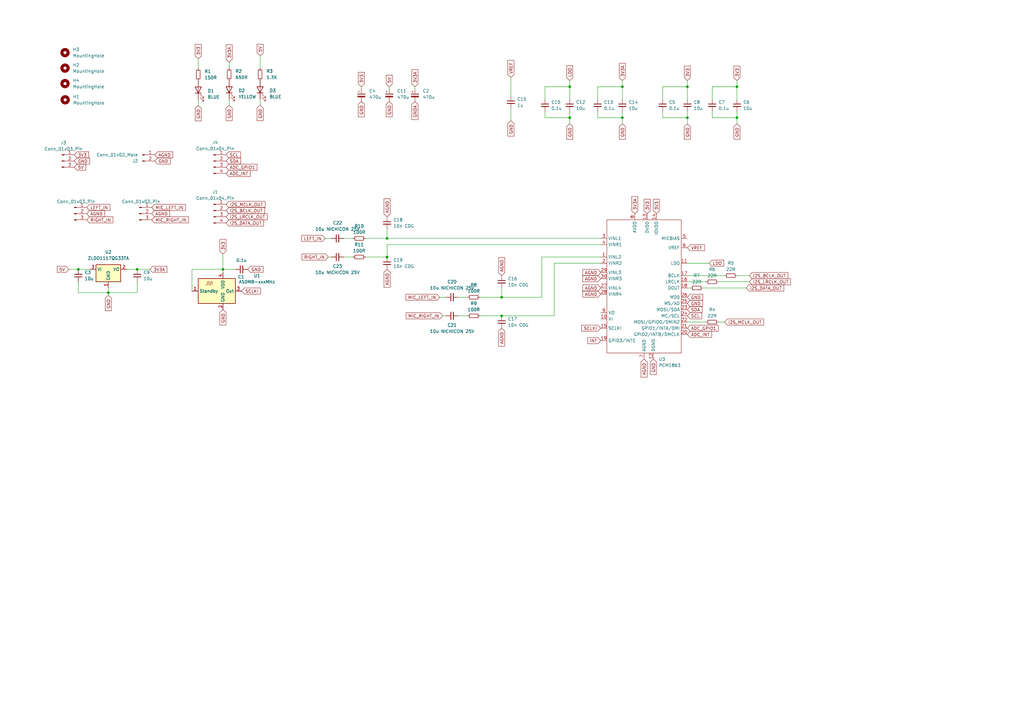
<source format=kicad_sch>
(kicad_sch (version 20231120) (generator "eeschema") (generator_version "8.0")
  (paper "A3")
  (lib_symbols
    (symbol "Connector:Conn_01x02_Male" (pin_names (offset 1.016) hide)
      (property "Reference" "J" (at 0 2.54 0))
      (property "Value" "Conn_01x02_Male" (at 0 -5.08 0))
      (symbol "Conn_01x02_Male_1_1"
        (polyline (pts (xy 1.27 -2.54) (xy 0.8636 -2.54)) (stroke (width 0.1524)))
        (polyline (pts (xy 1.27 0) (xy 0.8636 0)) (stroke (width 0.1524)))
        (rectangle (start 0.8636 -2.413) (end 0 -2.667) (stroke (width 0.1524)) (fill (type outline)))
        (rectangle (start 0.8636 0.127) (end 0 -0.127) (stroke (width 0.1524)) (fill (type outline)))
        (pin passive line (at 5.08 0 180) (length 3.81) (name "Pin_1") (number "1"))
        (pin passive line (at 5.08 -2.54 180) (length 3.81) (name "Pin_2") (number "2"))
      )
    )
    (symbol "Connector:Conn_01x03_Pin" (pin_names (offset 1.016) hide)
      (property "Reference" "J" (at 0 5.08 0))
      (property "Value" "Conn_01x03_Pin" (at 0 -5.08 0))
      (symbol "Conn_01x03_Pin_1_1"
        (polyline (pts (xy 1.27 -2.54) (xy 0.8636 -2.54)) (stroke (width 0.1524)))
        (polyline (pts (xy 1.27 0) (xy 0.8636 0)) (stroke (width 0.1524)))
        (polyline (pts (xy 1.27 2.54) (xy 0.8636 2.54)) (stroke (width 0.1524)))
        (rectangle (start 0.8636 -2.413) (end 0 -2.667) (stroke (width 0.1524)) (fill (type outline)))
        (rectangle (start 0.8636 0.127) (end 0 -0.127) (stroke (width 0.1524)) (fill (type outline)))
        (rectangle (start 0.8636 2.667) (end 0 2.413) (stroke (width 0.1524)) (fill (type outline)))
        (pin passive line (at 5.08 2.54 180) (length 3.81) (name "Pin_1") (number "1"))
        (pin passive line (at 5.08 0 180) (length 3.81) (name "Pin_2") (number "2"))
        (pin passive line (at 5.08 -2.54 180) (length 3.81) (name "Pin_3") (number "3"))
      )
    )
    (symbol "Connector:Conn_01x04_Pin" (pin_names (offset 1.016) hide)
      (property "Reference" "J" (at 0 5.08 0))
      (property "Value" "Conn_01x04_Pin" (at 0 -7.62 0))
      (symbol "Conn_01x04_Pin_1_1"
        (polyline (pts (xy 1.27 -5.08) (xy 0.8636 -5.08)) (stroke (width 0.1524)))
        (polyline (pts (xy 1.27 -2.54) (xy 0.8636 -2.54)) (stroke (width 0.1524)))
        (polyline (pts (xy 1.27 0) (xy 0.8636 0)) (stroke (width 0.1524)))
        (polyline (pts (xy 1.27 2.54) (xy 0.8636 2.54)) (stroke (width 0.1524)))
        (rectangle (start 0.8636 -4.953) (end 0 -5.207) (stroke (width 0.1524)) (fill (type outline)))
        (rectangle (start 0.8636 -2.413) (end 0 -2.667) (stroke (width 0.1524)) (fill (type outline)))
        (rectangle (start 0.8636 0.127) (end 0 -0.127) (stroke (width 0.1524)) (fill (type outline)))
        (rectangle (start 0.8636 2.667) (end 0 2.413) (stroke (width 0.1524)) (fill (type outline)))
        (pin passive line (at 5.08 2.54 180) (length 3.81) (name "Pin_1") (number "1"))
        (pin passive line (at 5.08 0 180) (length 3.81) (name "Pin_2") (number "2"))
        (pin passive line (at 5.08 -2.54 180) (length 3.81) (name "Pin_3") (number "3"))
        (pin passive line (at 5.08 -5.08 180) (length 3.81) (name "Pin_4") (number "4"))
      )
    )
    (symbol "Custom:PCM1863"
      (property "Reference" "U" (at 0 0 0))
      (property "Value" "PCM1863" (at 0.254 2.794 0))
      (symbol "PCM1863_0_1"
        (rectangle (start -17.78 67.31) (end 12.7 12.7))
      )
      (symbol "PCM1863_1_1"
        (pin input line (at -20.32 52.07 0) (length 2.54) (name "VINL2") (number "1"))
        (pin input line (at -20.32 26.67 0) (length 2.54) (name "XI") (number "10"))
        (pin input line (at 15.24 49.53 180) (length 2.54) (name "LDO") (number "11"))
        (pin input line (at 1.27 10.16 90) (length 2.54) (name "DGND") (number "12"))
        (pin input line (at -1.27 69.85 270) (length 2.54) (name "DVDD") (number "13"))
        (pin input line (at 2.54 69.85 270) (length 2.54) (name "IOVDD") (number "14"))
        (pin input line (at -20.32 22.86 0) (length 2.54) (name "SCLKI") (number "15"))
        (pin input line (at 15.24 41.91 180) (length 2.54) (name "LRCLK") (number "16"))
        (pin input line (at 15.24 44.45 180) (length 2.54) (name "BCLK") (number "17"))
        (pin input line (at 15.24 39.37 180) (length 2.54) (name "DOUT") (number "18"))
        (pin input line (at -20.32 17.78 0) (length 2.54) (name "GPIO3/INTC") (number "19"))
        (pin input line (at -20.32 49.53 0) (length 2.54) (name "VINR2") (number "2"))
        (pin input line (at 15.24 20.32 180) (length 2.54) (name "GPIO2/INTB/DMCLK") (number "20"))
        (pin input line (at 15.24 22.86 180) (length 2.54) (name "GPIO1/INTA/DMI") (number "21"))
        (pin input line (at 15.24 25.4 180) (length 2.54) (name "MOSI/GPIO0/DMIN2") (number "22"))
        (pin input line (at 15.24 30.48 180) (length 2.54) (name "MOSI/SDA") (number "23"))
        (pin input line (at 15.24 27.94 180) (length 2.54) (name "MC/SCL") (number "24"))
        (pin input line (at 15.24 33.02 180) (length 2.54) (name "MS/AD") (number "25"))
        (pin input line (at 15.24 35.56 180) (length 2.54) (name "MD0") (number "26"))
        (pin input line (at -20.32 39.37 0) (length 2.54) (name "VINL4") (number "27"))
        (pin input line (at -20.32 36.83 0) (length 2.54) (name "VINR4") (number "28"))
        (pin input line (at -20.32 45.72 0) (length 2.54) (name "VINL3") (number "29"))
        (pin input line (at -20.32 59.69 0) (length 2.54) (name "VINL1") (number "3"))
        (pin input line (at -20.32 43.18 0) (length 2.54) (name "VINR3") (number "30"))
        (pin input line (at -20.32 57.15 0) (length 2.54) (name "VINR1") (number "4"))
        (pin input line (at 15.24 59.69 180) (length 2.54) (name "MICBIAS") (number "5"))
        (pin input line (at 15.24 55.88 180) (length 2.54) (name "VREF") (number "6"))
        (pin input line (at -2.54 10.16 90) (length 2.54) (name "AGND") (number "7"))
        (pin input line (at -6.35 69.85 270) (length 2.54) (name "AVDD") (number "8"))
        (pin input line (at -20.32 29.21 0) (length 2.54) (name "XO") (number "9"))
      )
    )
    (symbol "Device:C_Polarized_Small" (pin_numbers hide) (pin_names (offset 0.254) hide)
      (property "Reference" "C" (at 0.254 1.778 0))
      (property "Value" "C_Polarized_Small" (at 0.254 -2.032 0))
      (symbol "C_Polarized_Small_0_1"
        (rectangle (start -1.524 -0.3048) (end 1.524 -0.6858) (fill (type outline)))
        (rectangle (start -1.524 0.6858) (end 1.524 0.3048))
        (polyline (pts (xy -1.27 1.524) (xy -0.762 1.524)))
        (polyline (pts (xy -1.016 1.27) (xy -1.016 1.778)))
      )
      (symbol "C_Polarized_Small_1_1"
        (pin passive line (at 0 2.54 270) (length 1.8542) (name "~") (number "1"))
        (pin passive line (at 0 -2.54 90) (length 1.8542) (name "~") (number "2"))
      )
    )
    (symbol "Device:C_Small" (pin_numbers hide) (pin_names (offset 0.254) hide)
      (property "Reference" "C" (at 0.254 1.778 0))
      (property "Value" "C_Small" (at 0.254 -2.032 0))
      (symbol "C_Small_0_1"
        (polyline (pts (xy -1.524 -0.508) (xy 1.524 -0.508)) (stroke (width 0.3302)))
        (polyline (pts (xy -1.524 0.508) (xy 1.524 0.508)) (stroke (width 0.3048)))
      )
      (symbol "C_Small_1_1"
        (pin passive line (at 0 2.54 270) (length 2.032) (name "~") (number "1"))
        (pin passive line (at 0 -2.54 90) (length 2.032) (name "~") (number "2"))
      )
    )
    (symbol "Device:LED" (pin_numbers hide) (pin_names (offset 1.016) hide)
      (property "Reference" "D" (at 0 2.54 0))
      (property "Value" "LED" (at 0 -2.54 0))
      (symbol "LED_0_1"
        (polyline (pts (xy -1.27 -1.27) (xy -1.27 1.27)) (stroke (width 0.254)))
        (polyline (pts (xy -1.27 0) (xy 1.27 0)))
        (polyline (pts (xy 1.27 -1.27) (xy 1.27 1.27) (xy -1.27 0) (xy 1.27 -1.27)) (stroke (width 0.254)))
        (polyline (pts (xy -3.048 -0.762) (xy -4.572 -2.286) (xy -3.81 -2.286) (xy -4.572 -2.286) (xy -4.572 -1.524)))
        (polyline (pts (xy -1.778 -0.762) (xy -3.302 -2.286) (xy -2.54 -2.286) (xy -3.302 -2.286) (xy -3.302 -1.524)))
      )
      (symbol "LED_1_1"
        (pin passive line (at -3.81 0 0) (length 2.54) (name "K") (number "1"))
        (pin passive line (at 3.81 0 180) (length 2.54) (name "A") (number "2"))
      )
    )
    (symbol "Device:R_Small" (pin_numbers hide) (pin_names (offset 0.254) hide)
      (property "Reference" "R" (at 0.762 0.508 0))
      (property "Value" "R_Small" (at 0.762 -1.016 0))
      (symbol "R_Small_0_1"
        (rectangle (start -0.762 1.778) (end 0.762 -1.778) (stroke (width 0.2032)))
      )
      (symbol "R_Small_1_1"
        (pin passive line (at 0 2.54 270) (length 0.762) (name "~") (number "1"))
        (pin passive line (at 0 -2.54 90) (length 0.762) (name "~") (number "2"))
      )
    )
    (symbol "Mechanical:MountingHole" (pin_names (offset 1.016))
      (property "Reference" "H" (at 0 5.08 0))
      (property "Value" "MountingHole" (at 0 3.175 0))
      (symbol "MountingHole_0_1"
        (circle (center 0 0) (radius 1.27) (stroke (width 1.27)))
      )
    )
    (symbol "Oscillator:ASDMB-xxxMHz"
      (property "Reference" "U" (at -6.35 6.35 0))
      (property "Value" "ASDMB-xxxMHz" (at 11.43 6.35 0))
      (symbol "ASDMB-xxxMHz_1_1"
        (rectangle (start -7.62 5.08) (end 7.62 -5.08) (stroke (width 0.254)) (fill (type background)))
        (polyline (pts (xy -4.445 2.54) (xy -3.81 2.54) (xy -3.81 3.81) (xy -3.175 3.81) (xy -3.175 2.54) (xy -2.54 2.54) (xy -2.54 3.81) (xy -1.905 3.81) (xy -1.905 2.54)))
        (pin input line (at -10.16 0 0) (length 2.54) (name "Standby") (number "1"))
        (pin power_in line (at 2.54 -7.62 90) (length 2.54) (name "GND") (number "2"))
        (pin output line (at 10.16 0 180) (length 2.54) (name "Out") (number "3"))
        (pin power_in line (at 2.54 7.62 270) (length 2.54) (name "VDD") (number "4"))
      )
    )
    (symbol "Regulator_Linear:AMS1117-3.3"
      (property "Reference" "U" (at -3.81 3.175 0))
      (property "Value" "AMS1117-3.3" (at 0 3.175 0))
      (symbol "AMS1117-3.3_0_1"
        (rectangle (start -5.08 -5.08) (end 5.08 1.905) (stroke (width 0.254)) (fill (type background)))
      )
      (symbol "AMS1117-3.3_1_1"
        (pin power_in line (at 0 -7.62 90) (length 2.54) (name "GND") (number "1"))
        (pin power_out line (at 7.62 0 180) (length 2.54) (name "VO") (number "2"))
        (pin power_in line (at -7.62 0 0) (length 2.54) (name "VI") (number "3"))
      )
    )
  )
  (junction (at 302.26 48.26))
  (junction (at 56.261 110.49))
  (junction (at 255.27 48.26))
  (junction (at 281.94 35.56))
  (junction (at 255.27 35.56))
  (junction (at 44.45 120.015))
  (junction (at 158.75 105.41))
  (junction (at 205.74 129.54))
  (junction (at 32.131 110.49))
  (junction (at 205.74 121.92))
  (junction (at 91.44 110.49))
  (junction (at 233.68 35.56))
  (junction (at 281.94 48.26))
  (junction (at 302.26 35.56))
  (junction (at 158.75 97.79))
  (junction (at 233.68 48.26))
  (wire (pts (xy 133.35 97.79) (xy 135.89 97.79)))
  (wire (pts (xy 302.26 40.64) (xy 302.26 35.56)))
  (wire (pts (xy 271.78 48.26) (xy 281.94 48.26)))
  (wire (pts (xy 271.78 35.56) (xy 271.78 40.64)))
  (wire (pts (xy 134.62 105.41) (xy 135.89 105.41)))
  (wire (pts (xy 187.96 121.92) (xy 191.77 121.92)))
  (wire (pts (xy 56.261 115.57) (xy 56.261 120.015)))
  (wire (pts (xy 246.38 107.95) (xy 227.33 107.95)))
  (wire (pts (xy 233.68 35.56) (xy 223.52 35.56)))
  (wire (pts (xy 281.94 35.56) (xy 271.78 35.56)))
  (wire (pts (xy 81.3088 43.2766) (xy 81.3088 40.7366)))
  (wire (pts (xy 223.52 45.72) (xy 223.52 48.26)))
  (wire (pts (xy 255.27 50.8) (xy 255.27 48.26)))
  (wire (pts (xy 44.45 120.015) (xy 44.45 118.11)))
  (wire (pts (xy 205.74 118.11) (xy 205.74 121.92)))
  (wire (pts (xy 91.44 104.14) (xy 91.44 110.49)))
  (wire (pts (xy 209.55 44.45) (xy 209.55 49.53)))
  (wire (pts (xy 91.44 110.49) (xy 78.74 110.49)))
  (wire (pts (xy 56.261 110.49) (xy 61.468 110.49)))
  (wire (pts (xy 290.83 107.95) (xy 281.94 107.95)))
  (wire (pts (xy 56.261 120.015) (xy 44.45 120.015)))
  (wire (pts (xy 158.75 97.79) (xy 246.38 97.79)))
  (wire (pts (xy 222.25 121.92) (xy 205.74 121.92)))
  (wire (pts (xy 281.94 113.03) (xy 297.18 113.03)))
  (wire (pts (xy 292.1 48.26) (xy 302.26 48.26)))
  (wire (pts (xy 81.28 24.13) (xy 81.28 26.7666)))
  (wire (pts (xy 246.38 105.41) (xy 222.25 105.41)))
  (wire (pts (xy 255.27 40.64) (xy 255.27 35.56)))
  (wire (pts (xy 78.74 110.49) (xy 78.74 119.38)))
  (wire (pts (xy 187.96 129.54) (xy 191.77 129.54)))
  (wire (pts (xy 292.1 35.56) (xy 292.1 40.64)))
  (wire (pts (xy 302.26 35.56) (xy 302.26 33.02)))
  (wire (pts (xy 281.94 50.8) (xy 281.94 48.26)))
  (wire (pts (xy 281.94 48.26) (xy 281.94 45.72)))
  (wire (pts (xy 106.68 22.86) (xy 106.68 27.94)))
  (wire (pts (xy 294.64 115.57) (xy 307.34 115.57)))
  (wire (pts (xy 44.45 121.158) (xy 44.45 120.015)))
  (wire (pts (xy 255.27 35.56) (xy 245.11 35.56)))
  (wire (pts (xy 209.55 31.75) (xy 209.55 39.37)))
  (wire (pts (xy 292.1 45.72) (xy 292.1 48.26)))
  (wire (pts (xy 302.26 35.56) (xy 292.1 35.56)))
  (wire (pts (xy 281.94 115.57) (xy 289.56 115.57)))
  (wire (pts (xy 170.18 35.56) (xy 170.18 36.576)))
  (wire (pts (xy 93.98 43.18) (xy 93.98 40.64)))
  (wire (pts (xy 32.131 120.015) (xy 44.45 120.015)))
  (wire (pts (xy 148.209 35.56) (xy 148.209 36.576)))
  (wire (pts (xy 140.97 105.41) (xy 144.78 105.41)))
  (wire (pts (xy 223.52 35.56) (xy 223.52 40.64)))
  (wire (pts (xy 149.86 105.41) (xy 158.75 105.41)))
  (wire (pts (xy 140.97 97.79) (xy 144.78 97.79)))
  (wire (pts (xy 233.68 40.64) (xy 233.68 35.56)))
  (wire (pts (xy 271.78 45.72) (xy 271.78 48.26)))
  (wire (pts (xy 233.68 50.8) (xy 233.68 48.26)))
  (wire (pts (xy 245.11 35.56) (xy 245.11 40.64)))
  (wire (pts (xy 281.94 40.64) (xy 281.94 35.56)))
  (wire (pts (xy 294.64 132.08) (xy 297.18 132.08)))
  (wire (pts (xy 233.68 48.26) (xy 233.68 45.72)))
  (wire (pts (xy 32.131 115.57) (xy 32.131 120.015)))
  (wire (pts (xy 302.26 113.03) (xy 307.34 113.03)))
  (wire (pts (xy 32.131 110.49) (xy 36.83 110.49)))
  (wire (pts (xy 181.61 129.54) (xy 182.88 129.54)))
  (wire (pts (xy 91.44 110.49) (xy 91.44 111.76)))
  (wire (pts (xy 306.07 118.11) (xy 288.29 118.11)))
  (wire (pts (xy 205.74 129.54) (xy 227.33 129.54)))
  (wire (pts (xy 93.98 25.4) (xy 93.98 27.94)))
  (wire (pts (xy 196.85 129.54) (xy 205.74 129.54)))
  (wire (pts (xy 255.27 48.26) (xy 255.27 45.72)))
  (wire (pts (xy 196.85 121.92) (xy 205.74 121.92)))
  (wire (pts (xy 302.26 48.26) (xy 302.26 45.72)))
  (wire (pts (xy 159.639 35.56) (xy 159.639 36.576)))
  (wire (pts (xy 227.33 107.95) (xy 227.33 129.54)))
  (wire (pts (xy 223.52 48.26) (xy 233.68 48.26)))
  (wire (pts (xy 158.75 100.33) (xy 246.38 100.33)))
  (wire (pts (xy 158.75 100.33) (xy 158.75 105.41)))
  (wire (pts (xy 56.261 110.49) (xy 52.07 110.49)))
  (wire (pts (xy 222.25 105.41) (xy 222.25 121.92)))
  (wire (pts (xy 283.21 118.11) (xy 281.94 118.11)))
  (wire (pts (xy 302.26 50.8) (xy 302.26 48.26)))
  (wire (pts (xy 245.11 45.72) (xy 245.11 48.26)))
  (wire (pts (xy 28.194 110.49) (xy 32.131 110.49)))
  (wire (pts (xy 255.27 35.56) (xy 255.27 33.02)))
  (wire (pts (xy 233.68 35.56) (xy 233.68 33.02)))
  (wire (pts (xy 106.68 43.18) (xy 106.68 40.64)))
  (wire (pts (xy 281.94 35.56) (xy 281.94 33.02)))
  (wire (pts (xy 245.11 48.26) (xy 255.27 48.26)))
  (wire (pts (xy 96.52 110.49) (xy 91.44 110.49)))
  (wire (pts (xy 158.75 93.98) (xy 158.75 97.79)))
  (wire (pts (xy 81.3088 26.7666) (xy 81.3088 28.0366)))
  (wire (pts (xy 81.28 26.7666) (xy 81.3088 26.7666)))
  (wire (pts (xy 149.86 97.79) (xy 158.75 97.79)))
  (wire (pts (xy 281.94 132.08) (xy 289.56 132.08)))
  (wire (pts (xy 180.34 121.92) (xy 182.88 121.92)))
  (global_label "3V3A" (shape input) (at 255.27 33.02 90) (property "Intersheetrefs" "${INTERSHEET_REFS}" (effects (hide yes))))
  (global_label "VREF" (shape input) (at 209.55 31.75 90) (property "Intersheetrefs" "${INTERSHEET_REFS}" (effects (hide yes))))
  (global_label "LEFT_IN" (shape input) (at 35.56 85.09 0) (property "Intersheetrefs" "${INTERSHEET_REFS}" (effects (hide yes))))
  (global_label "AGND" (shape input) (at 205.74 113.03 90) (property "Intersheetrefs" "${INTERSHEET_REFS}" (effects (hide yes))))
  (global_label "SDA" (shape input) (at 281.94 127 0) (property "Intersheetrefs" "${INTERSHEET_REFS}" (effects (hide yes))))
  (global_label "RIGHT_IN" (shape input) (at 35.56 90.17 0) (property "Intersheetrefs" "${INTERSHEET_REFS}" (effects (hide yes))))
  (global_label "3V3" (shape input) (at 30.48 63.5 0) (property "Intersheetrefs" "${INTERSHEET_REFS}" (effects (hide yes))))
  (global_label "3V3" (shape input) (at 281.94 33.02 90) (property "Intersheetrefs" "${INTERSHEET_REFS}" (effects (hide yes))))
  (global_label "GND" (shape input) (at 81.3088 43.2766 270) (property "Intersheetrefs" "${INTERSHEET_REFS}" (effects (hide yes))))
  (global_label "AGND" (shape input) (at 158.75 110.49 270) (property "Intersheetrefs" "${INTERSHEET_REFS}" (effects (hide yes))))
  (global_label "SCL" (shape input) (at 281.94 129.54 0) (property "Intersheetrefs" "${INTERSHEET_REFS}" (effects (hide yes))))
  (global_label "3V3A" (shape input) (at 93.98 25.4 90) (property "Intersheetrefs" "${INTERSHEET_REFS}" (effects (hide yes))))
  (global_label "AGND" (shape input) (at 246.38 120.65 180) (property "Intersheetrefs" "${INTERSHEET_REFS}" (effects (hide yes))))
  (global_label "GND" (shape input) (at 281.94 50.8 270) (property "Intersheetrefs" "${INTERSHEET_REFS}" (effects (hide yes))))
  (global_label "A0" (shape input) (at 218.44 -137.16 180) (property "Intersheetrefs" "${INTERSHEET_REFS}" (effects (hide yes))))
  (global_label "AGND" (shape input) (at 158.75 88.9 90) (property "Intersheetrefs" "${INTERSHEET_REFS}" (effects (hide yes))))
  (global_label "GND" (shape input) (at 91.44 127 270) (property "Intersheetrefs" "${INTERSHEET_REFS}" (effects (hide yes))))
  (global_label "I2S_BCLK_OUT" (shape input) (at 92.71 86.36 0) (property "Intersheetrefs" "${INTERSHEET_REFS}" (effects (hide yes))))
  (global_label "GND" (shape input) (at 233.68 50.8 270) (property "Intersheetrefs" "${INTERSHEET_REFS}" (effects (hide yes))))
  (global_label "GND" (shape input) (at 255.27 50.8 270) (property "Intersheetrefs" "${INTERSHEET_REFS}" (effects (hide yes))))
  (global_label "I2S_MCLK_OUT" (shape input) (at 297.18 132.08 0) (property "Intersheetrefs" "${INTERSHEET_REFS}" (effects (hide yes))))
  (global_label "I2S_DATA_OUT" (shape input) (at 306.07 118.11 0) (property "Intersheetrefs" "${INTERSHEET_REFS}" (effects (hide yes))))
  (global_label "MIC_RIGHT_IN" (shape input) (at 62.23 90.17 0) (property "Intersheetrefs" "${INTERSHEET_REFS}" (effects (hide yes))))
  (global_label "INT" (shape input) (at 246.38 139.7 180) (property "Intersheetrefs" "${INTERSHEET_REFS}" (effects (hide yes))))
  (global_label "SDA" (shape input) (at 92.71 66.04 0) (property "Intersheetrefs" "${INTERSHEET_REFS}" (effects (hide yes))))
  (global_label "AGND" (shape input) (at 63.5 63.5 0) (property "Intersheetrefs" "${INTERSHEET_REFS}" (effects (hide yes))))
  (global_label "GND" (shape input) (at 302.26 50.8 270) (property "Intersheetrefs" "${INTERSHEET_REFS}" (effects (hide yes))))
  (global_label "5V" (shape input) (at 159.639 35.56 90) (property "Intersheetrefs" "${INTERSHEET_REFS}" (effects (hide yes))))
  (global_label "AGND" (shape input) (at 246.38 118.11 180) (property "Intersheetrefs" "${INTERSHEET_REFS}" (effects (hide yes))))
  (global_label "GND" (shape input) (at 281.94 124.46 0) (property "Intersheetrefs" "${INTERSHEET_REFS}" (effects (hide yes))))
  (global_label "3V3" (shape input) (at 148.209 35.56 90) (property "Intersheetrefs" "${INTERSHEET_REFS}" (effects (hide yes))))
  (global_label "AGND" (shape input) (at 264.16 147.32 270) (property "Intersheetrefs" "${INTERSHEET_REFS}" (effects (hide yes))))
  (global_label "SCLKI" (shape input) (at 99.06 119.38 0) (property "Intersheetrefs" "${INTERSHEET_REFS}" (effects (hide yes))))
  (global_label "SCLKI" (shape input) (at 246.38 134.62 180) (property "Intersheetrefs" "${INTERSHEET_REFS}" (effects (hide yes))))
  (global_label "3V3" (shape input) (at 269.24 87.63 90) (property "Intersheetrefs" "${INTERSHEET_REFS}" (effects (hide yes))))
  (global_label "AGND" (shape input) (at 205.74 134.62 270) (property "Intersheetrefs" "${INTERSHEET_REFS}" (effects (hide yes))))
  (global_label "RIGHT_IN" (shape input) (at 134.62 105.41 180) (property "Intersheetrefs" "${INTERSHEET_REFS}" (effects (hide yes))))
  (global_label "3V3A" (shape input) (at 61.468 110.49 0) (property "Intersheetrefs" "${INTERSHEET_REFS}" (effects (hide yes))))
  (global_label "3V3" (shape input) (at 265.43 87.63 90) (property "Intersheetrefs" "${INTERSHEET_REFS}" (effects (hide yes))))
  (global_label "3V3" (shape input) (at 81.28 24.13 90) (property "Intersheetrefs" "${INTERSHEET_REFS}" (effects (hide yes))))
  (global_label "GND" (shape input) (at 209.55 49.53 270) (property "Intersheetrefs" "${INTERSHEET_REFS}" (effects (hide yes))))
  (global_label "5V" (shape input) (at 30.48 68.58 0) (property "Intersheetrefs" "${INTERSHEET_REFS}" (effects (hide yes))))
  (global_label "GND" (shape input) (at 101.6 110.49 0) (property "Intersheetrefs" "${INTERSHEET_REFS}" (effects (hide yes))))
  (global_label "ADC_INT" (shape input) (at 92.71 71.12 0) (property "Intersheetrefs" "${INTERSHEET_REFS}" (effects (hide yes))))
  (global_label "I2S_DATA_OUT" (shape input) (at 92.71 91.44 0) (property "Intersheetrefs" "${INTERSHEET_REFS}" (effects (hide yes))))
  (global_label "I2S_LRCLK_OUT" (shape input) (at 307.34 115.57 0) (property "Intersheetrefs" "${INTERSHEET_REFS}" (effects (hide yes))))
  (global_label "LDO" (shape input) (at 290.83 107.95 0) (property "Intersheetrefs" "${INTERSHEET_REFS}" (effects (hide yes))))
  (global_label "GND" (shape input) (at 106.68 43.18 270) (property "Intersheetrefs" "${INTERSHEET_REFS}" (effects (hide yes))))
  (global_label "AGND" (shape input) (at 62.23 87.63 0) (property "Intersheetrefs" "${INTERSHEET_REFS}" (effects (hide yes))))
  (global_label "SCL" (shape input) (at 92.71 63.5 0) (property "Intersheetrefs" "${INTERSHEET_REFS}" (effects (hide yes))))
  (global_label "I2S_MCLK_OUT" (shape input) (at 92.71 83.82 0) (property "Intersheetrefs" "${INTERSHEET_REFS}" (effects (hide yes))))
  (global_label "3V3" (shape input) (at 91.44 104.14 90) (property "Intersheetrefs" "${INTERSHEET_REFS}" (effects (hide yes))))
  (global_label "LEFT_IN" (shape input) (at 133.35 97.79 180) (property "Intersheetrefs" "${INTERSHEET_REFS}" (effects (hide yes))))
  (global_label "GND" (shape input) (at 159.639 41.656 270) (property "Intersheetrefs" "${INTERSHEET_REFS}" (effects (hide yes))))
  (global_label "GND" (shape input) (at 148.209 41.656 270) (property "Intersheetrefs" "${INTERSHEET_REFS}" (effects (hide yes))))
  (global_label "3V3A" (shape input) (at 170.18 35.56 90) (property "Intersheetrefs" "${INTERSHEET_REFS}" (effects (hide yes))))
  (global_label "GND" (shape input) (at 30.48 66.04 0) (property "Intersheetrefs" "${INTERSHEET_REFS}" (effects (hide yes))))
  (global_label "AGND" (shape input) (at 246.38 111.76 180) (property "Intersheetrefs" "${INTERSHEET_REFS}" (effects (hide yes))))
  (global_label "GND" (shape input) (at 44.45 121.158 270) (property "Intersheetrefs" "${INTERSHEET_REFS}" (effects (hide yes))))
  (global_label "MIC_RIGHT_IN" (shape input) (at 181.61 129.54 180) (property "Intersheetrefs" "${INTERSHEET_REFS}" (effects (hide yes))))
  (global_label "MIC_LEFT_IN" (shape input) (at 62.23 85.09 0) (property "Intersheetrefs" "${INTERSHEET_REFS}" (effects (hide yes))))
  (global_label "ADC_GPIO1" (shape input) (at 92.71 68.58 0) (property "Intersheetrefs" "${INTERSHEET_REFS}" (effects (hide yes))))
  (global_label "I2S_LRCLK_OUT" (shape input) (at 92.71 88.9 0) (property "Intersheetrefs" "${INTERSHEET_REFS}" (effects (hide yes))))
  (global_label "5V" (shape input) (at 106.68 22.86 90) (property "Intersheetrefs" "${INTERSHEET_REFS}" (effects (hide yes))))
  (global_label "GND" (shape input) (at 93.98 43.18 270) (property "Intersheetrefs" "${INTERSHEET_REFS}" (effects (hide yes))))
  (global_label "3V3" (shape input) (at 302.26 33.02 90) (property "Intersheetrefs" "${INTERSHEET_REFS}" (effects (hide yes))))
  (global_label "ADC_GPIO1" (shape input) (at 281.94 134.62 0) (property "Intersheetrefs" "${INTERSHEET_REFS}" (effects (hide yes))))
  (global_label "GND" (shape input) (at 281.94 121.92 0) (property "Intersheetrefs" "${INTERSHEET_REFS}" (effects (hide yes))))
  (global_label "5V" (shape input) (at 28.194 110.49 180) (property "Intersheetrefs" "${INTERSHEET_REFS}" (effects (hide yes))))
  (global_label "GNDA" (shape input) (at 170.18 41.656 270) (property "Intersheetrefs" "${INTERSHEET_REFS}" (effects (hide yes))))
  (global_label "VREF" (shape input) (at 281.94 101.6 0) (property "Intersheetrefs" "${INTERSHEET_REFS}" (effects (hide yes))))
  (global_label "GND" (shape input) (at 267.97 147.32 270) (property "Intersheetrefs" "${INTERSHEET_REFS}" (effects (hide yes))))
  (global_label "MIC_LEFT_IN" (shape input) (at 180.34 121.92 180) (property "Intersheetrefs" "${INTERSHEET_REFS}" (effects (hide yes))))
  (global_label "3V3A" (shape input) (at 260.35 87.63 90) (property "Intersheetrefs" "${INTERSHEET_REFS}" (effects (hide yes))))
  (global_label "I2S_BCLK_OUT" (shape input) (at 307.34 113.03 0) (property "Intersheetrefs" "${INTERSHEET_REFS}" (effects (hide yes))))
  (global_label "AGND" (shape input) (at 246.38 114.3 180) (property "Intersheetrefs" "${INTERSHEET_REFS}" (effects (hide yes))))
  (global_label "GND" (shape input) (at 63.5 66.04 0) (property "Intersheetrefs" "${INTERSHEET_REFS}" (effects (hide yes))))
  (global_label "AGND" (shape input) (at 35.56 87.63 0) (property "Intersheetrefs" "${INTERSHEET_REFS}" (effects (hide yes))))
  (global_label "ADC_INT" (shape input) (at 281.94 137.16 0) (property "Intersheetrefs" "${INTERSHEET_REFS}" (effects (hide yes))))
  (global_label "LDO" (shape input) (at 233.68 33.02 90) (property "Intersheetrefs" "${INTERSHEET_REFS}" (effects (hide yes))))
  (symbol (lib_id "Device:C_Small") (at 255.27 43.18 0) (unit 1)
    (property "Reference" "C14" (at 257.81 41.9162 0) (effects (justify left)))
    (property "Value" "10u" (at 257.81 44.4562 0) (effects (justify left)))
    (property "Footprint" "Capacitor_SMD:C_1206_3216Metric_Pad1.33x1.80mm_HandSolder" (effects (hide yes)))
    (property "Description" "Unpolarized capacitor, small symbol" (effects (hide yes)))
  )
  (symbol (lib_id "Device:R_Small") (at 299.72 113.03 90) (unit 1)
    (property "Reference" "R5" (at 299.72 107.95 90))
    (property "Value" "22R" (at 299.72 110.49 90))
    (property "Footprint" "Resistor_SMD:R_0805_2012Metric_Pad1.20x1.40mm_HandSolder" (effects (hide yes)))
    (property "Description" "Resistor, small symbol" (effects (hide yes)))
    (property "Mouser" "603-RT0805FRE0722RL" (effects (hide yes)))
  )
  (symbol (lib_id "Device:C_Small") (at 158.75 91.44 0) (unit 1)
    (property "Reference" "C18" (at 161.29 90.1762 0) (effects (justify left)))
    (property "Value" "10n C0G" (at 161.29 92.7162 0) (effects (justify left)))
    (property "Footprint" "Capacitor_SMD:C_0805_2012Metric_Pad1.18x1.45mm_HandSolder" (effects (hide yes)))
    (property "Description" "Unpolarized capacitor, small symbol" (effects (hide yes)))
    (property "Mouser" "791-0805N103G250CT" (effects (hide yes)))
  )
  (symbol (lib_id "Device:R_Small") (at 292.1 115.57 90) (unit 1)
    (property "Reference" "R6" (at 292.1 110.49 90))
    (property "Value" "22R" (at 292.1 113.03 90))
    (property "Footprint" "Resistor_SMD:R_0805_2012Metric_Pad1.20x1.40mm_HandSolder" (effects (hide yes)))
    (property "Description" "Resistor, small symbol" (effects (hide yes)))
    (property "Mouser" "603-RT0805FRE0722RL" (effects (hide yes)))
  )
  (symbol (lib_id "Connector:Conn_01x02_Male") (at 58.42 63.5 0) (unit 1)
    (property "Reference" "J2" (at 56.642 66.0401 0) (effects (justify right)))
    (property "Value" "Conn_01x02_Male" (at 56.642 63.5001 0) (effects (justify right)))
    (property "Footprint" "Connector_PinHeader_2.54mm:PinHeader_1x02_P2.54mm_Vertical" (effects (hide yes)))
  )
  (symbol (lib_id "Device:C_Polarized_Small") (at 159.639 39.116 0) (unit 1)
    (property "Reference" "C11" (at 162.814 37.2999 0) (effects (justify left)))
    (property "Value" "470u" (at 162.814 39.8399 0) (effects (justify left)))
    (property "Footprint" "Capacitor_THT:CP_Radial_D6.3mm_P2.50mm" (effects (hide yes)))
  )
  (symbol (lib_id "Device:R_Small") (at 93.98 30.48 180) (unit 1)
    (property "Reference" "R2" (at 96.52 29.2099 0) (effects (justify right)))
    (property "Value" "650R" (at 96.52 31.7499 0) (effects (justify right)))
    (property "Footprint" "Resistor_SMD:R_0603_1608Metric_Pad0.98x0.95mm_HandSolder" (effects (hide yes)))
    (property "Description" "Resistor, small symbol" (effects (hide yes)))
  )
  (symbol (lib_id "Device:C_Small") (at 205.74 115.57 0) (unit 1)
    (property "Reference" "C16" (at 208.28 114.3062 0) (effects (justify left)))
    (property "Value" "10n C0G" (at 208.28 116.8462 0) (effects (justify left)))
    (property "Footprint" "Capacitor_SMD:C_0805_2012Metric_Pad1.18x1.45mm_HandSolder" (effects (hide yes)))
    (property "Description" "Unpolarized capacitor, small symbol" (effects (hide yes)))
    (property "Mouser" "791-0805N103G250CT" (effects (hide yes)))
  )
  (symbol (lib_id "Device:R_Small") (at 194.31 121.92 90) (unit 1)
    (property "Reference" "R8" (at 194.31 116.84 90))
    (property "Value" "100R" (at 194.31 119.38 90))
    (property "Footprint" "Resistor_SMD:R_0805_2012Metric_Pad1.20x1.40mm_HandSolder" (effects (hide yes)))
    (property "Description" "Resistor, small symbol" (effects (hide yes)))
    (property "Mouser" "603-RT0805FRE13100RL" (effects (hide yes)))
  )
  (symbol (lib_id "Device:R_Small") (at 147.32 105.41 90) (unit 1)
    (property "Reference" "R11" (at 147.32 100.33 90))
    (property "Value" "100R" (at 147.32 102.87 90))
    (property "Footprint" "Resistor_SMD:R_0805_2012Metric_Pad1.20x1.40mm_HandSolder" (effects (hide yes)))
    (property "Description" "Resistor, small symbol" (effects (hide yes)))
    (property "Mouser" "603-RT0805FRE13100RL" (effects (hide yes)))
  )
  (symbol (lib_id "Device:C_Small") (at 32.131 113.03 180) (unit 1)
    (property "Reference" "C3" (at 34.671 111.7536 0) (effects (justify right)))
    (property "Value" "10u" (at 34.671 114.2936 0) (effects (justify right)))
    (property "Footprint" "Capacitor_SMD:C_1206_3216Metric_Pad1.33x1.80mm_HandSolder" (effects (hide yes)))
  )
  (symbol (lib_id "Device:C_Small") (at 158.75 107.95 0) (unit 1)
    (property "Reference" "C19" (at 161.29 106.6862 0) (effects (justify left)))
    (property "Value" "10n C0G" (at 161.29 109.2262 0) (effects (justify left)))
    (property "Footprint" "Capacitor_SMD:C_0805_2012Metric_Pad1.18x1.45mm_HandSolder" (effects (hide yes)))
    (property "Description" "Unpolarized capacitor, small symbol" (effects (hide yes)))
    (property "Mouser" "791-0805N103G250CT" (effects (hide yes)))
  )
  (symbol (lib_id "Oscillator:ASDMB-xxxMHz") (at 88.9 119.38 0) (unit 1)
    (property "Reference" "U1" (at 105.41 113.0614 0))
    (property "Value" "ASDMB-xxxMHz" (at 105.41 115.6014 0))
    (property "Footprint" "Oscillator:Oscillator_SMD_Abracon_ASE-4Pin_3.2x2.5mm" (effects (hide yes)))
    (property "Datasheet" "https://abracon.com/Oscillators/ASDMB.pdf" (effects (hide yes)))
    (property "Description" "1.8-3.3V SMD Ultra Miniature Crystal Clock Oscillator, Abracon" (effects (hide yes)))
    (property "Mouser" "346-3225Z24.5760C1KX " (effects (hide yes)))
  )
  (symbol (lib_id "Device:LED") (at 93.98 36.83 90) (unit 1)
    (property "Reference" "D2" (at 97.79 37.1474 90) (effects (justify right)))
    (property "Value" "YELLOW" (at 97.79 39.6874 90) (effects (justify right)))
    (property "Footprint" "LED_SMD:LED_0603_1608Metric" (effects (hide yes)))
    (property "Description" "Light emitting diode" (effects (hide yes)))
  )
  (symbol (lib_id "Mechanical:MountingHole") (at 26.67 34.29 0) (unit 1)
    (property "Reference" "H4" (at 29.845 33.0199 0) (effects (justify left)))
    (property "Value" "MountingHole" (at 29.845 35.5599 0) (effects (justify left)))
    (property "Footprint" "MountingHole:MountingHole_3.2mm_M3_DIN965_Pad_TopOnly" (effects (hide yes)))
  )
  (symbol (lib_id "Connector:Conn_01x04_Pin") (at 87.63 86.36 0) (unit 1)
    (property "Reference" "J1" (at 88.265 78.74 0))
    (property "Value" "Conn_01x04_Pin" (at 88.265 81.28 0))
    (property "Footprint" "Connector_JST:JST_PH_B4B-PH-K_1x04_P2.00mm_Vertical" (effects (hide yes)))
    (property "Description" "Generic connector, single row, 01x04, script generated" (effects (hide yes)))
  )
  (symbol (lib_id "Device:C_Small") (at 281.94 43.18 0) (unit 1)
    (property "Reference" "C8" (at 284.48 41.9162 0) (effects (justify left)))
    (property "Value" "10u" (at 284.48 44.4562 0) (effects (justify left)))
    (property "Footprint" "Capacitor_SMD:C_1206_3216Metric_Pad1.33x1.80mm_HandSolder" (effects (hide yes)))
    (property "Description" "Unpolarized capacitor, small symbol" (effects (hide yes)))
  )
  (symbol (lib_id "Device:C_Small") (at 185.42 121.92 90) (unit 1)
    (property "Reference" "C20" (at 185.4263 115.57 90))
    (property "Value" "10u NICHICON 25V" (at 185.4263 118.11 90))
    (property "Footprint" "Capacitor_THT:CP_Radial_D5.0mm_P2.00mm" (effects (hide yes)))
    (property "Description" "Unpolarized capacitor, small symbol" (effects (hide yes)))
  )
  (symbol (lib_id "Device:LED") (at 81.3088 36.9266 90) (unit 1)
    (property "Reference" "D1" (at 85.1188 37.244 90) (effects (justify right)))
    (property "Value" "BLUE" (at 85.1188 39.784 90) (effects (justify right)))
    (property "Footprint" "LED_SMD:LED_0603_1608Metric" (effects (hide yes)))
    (property "Description" "Light emitting diode" (effects (hide yes)))
  )
  (symbol (lib_id "Device:C_Small") (at 99.06 110.49 90) (unit 1)
    (property "Reference" "C1" (at 98.933 113.538 90))
    (property "Value" "0.1u" (at 99.0663 106.807 90))
    (property "Footprint" "Capacitor_SMD:C_0805_2012Metric_Pad1.18x1.45mm_HandSolder" (effects (hide yes)))
    (property "Description" "Unpolarized capacitor, small symbol" (effects (hide yes)))
    (property "Mouser" "791-0805N103G250CT" (effects (hide yes)))
  )
  (symbol (lib_id "Device:C_Small") (at 292.1 43.18 0) (unit 1)
    (property "Reference" "C7" (at 294.64 41.9162 0) (effects (justify left)))
    (property "Value" "0.1u" (at 294.64 44.4562 0) (effects (justify left)))
    (property "Footprint" "Capacitor_SMD:C_0805_2012Metric_Pad1.18x1.45mm_HandSolder" (effects (hide yes)))
    (property "Description" "Unpolarized capacitor, small symbol" (effects (hide yes)))
  )
  (symbol (lib_id "Device:LED") (at 106.68 36.83 90) (unit 1)
    (property "Reference" "D3" (at 110.49 37.1474 90) (effects (justify right)))
    (property "Value" "BLUE" (at 110.49 39.6874 90) (effects (justify right)))
    (property "Footprint" "LED_SMD:LED_0603_1608Metric" (effects (hide yes)))
    (property "Description" "Light emitting diode" (effects (hide yes)))
  )
  (symbol (lib_id "Mechanical:MountingHole") (at 26.67 21.59 0) (unit 1)
    (property "Reference" "H3" (at 29.845 20.3199 0) (effects (justify left)))
    (property "Value" "MountingHole" (at 29.845 22.8599 0) (effects (justify left)))
    (property "Footprint" "MountingHole:MountingHole_3.2mm_M3_DIN965_Pad_TopOnly" (effects (hide yes)))
  )
  (symbol (lib_id "Device:R_Small") (at 106.68 30.48 180) (unit 1)
    (property "Reference" "R3" (at 109.22 29.2099 0) (effects (justify right)))
    (property "Value" "1.3K" (at 109.22 31.7499 0) (effects (justify right)))
    (property "Footprint" "Resistor_SMD:R_0603_1608Metric_Pad0.98x0.95mm_HandSolder" (effects (hide yes)))
    (property "Description" "Resistor, small symbol" (effects (hide yes)))
  )
  (symbol (lib_id "Device:C_Small") (at 302.26 43.18 0) (unit 1)
    (property "Reference" "C6" (at 304.8 41.9162 0) (effects (justify left)))
    (property "Value" "10u" (at 304.8 44.4562 0) (effects (justify left)))
    (property "Footprint" "Capacitor_SMD:C_1206_3216Metric_Pad1.33x1.80mm_HandSolder" (effects (hide yes)))
    (property "Description" "Unpolarized capacitor, small symbol" (effects (hide yes)))
  )
  (symbol (lib_id "Device:R_Small") (at 194.31 129.54 90) (unit 1)
    (property "Reference" "R9" (at 194.31 124.46 90))
    (property "Value" "100R" (at 194.31 127 90))
    (property "Footprint" "Resistor_SMD:R_0805_2012Metric_Pad1.20x1.40mm_HandSolder" (effects (hide yes)))
    (property "Description" "Resistor, small symbol" (effects (hide yes)))
    (property "Mouser" "603-RT0805FRE13100RL" (effects (hide yes)))
  )
  (symbol (lib_id "Device:C_Small") (at 138.43 105.41 90) (unit 1)
    (property "Reference" "C23" (at 138.43 109.22 90))
    (property "Value" "10u NICHICON 25V" (at 138.43 111.76 90))
    (property "Footprint" "Capacitor_THT:CP_Radial_D5.0mm_P2.00mm" (effects (hide yes)))
    (property "Description" "Unpolarized capacitor, small symbol" (effects (hide yes)))
  )
  (symbol (lib_id "Connector:Conn_01x03_Pin") (at 30.48 87.63 0) (unit 1)
    (property "Reference" "J6" (effects (hide yes)))
    (property "Value" "Conn_01x03_Pin" (at 31.115 82.677 0))
    (property "Footprint" "Connector_JST:JST_PH_B3B-PH-K_1x03_P2.00mm_Vertical" (effects (hide yes)))
  )
  (symbol (lib_id "Device:R_Small") (at 81.3088 30.5766 180) (unit 1)
    (property "Reference" "R1" (at 83.8488 29.3065 0) (effects (justify right)))
    (property "Value" "150R" (at 83.8488 31.8465 0) (effects (justify right)))
    (property "Footprint" "Resistor_SMD:R_0603_1608Metric_Pad0.98x0.95mm_HandSolder" (effects (hide yes)))
    (property "Description" "Resistor, small symbol" (effects (hide yes)))
  )
  (symbol (lib_id "Connector:Conn_01x04_Pin") (at 87.63 66.04 0) (unit 1)
    (property "Reference" "J4" (at 88.265 58.42 0))
    (property "Value" "Conn_01x04_Pin" (at 88.265 60.96 0))
    (property "Footprint" "Connector_JST:JST_PH_B4B-PH-K_1x04_P2.00mm_Vertical" (effects (hide yes)))
    (property "Description" "Generic connector, single row, 01x04, script generated" (effects (hide yes)))
  )
  (symbol (lib_id "Device:R_Small") (at 292.1 132.08 90) (unit 1)
    (property "Reference" "R4" (at 292.1 127 90))
    (property "Value" "22R" (at 292.1 129.54 90))
    (property "Footprint" "Resistor_SMD:R_0805_2012Metric_Pad1.20x1.40mm_HandSolder" (effects (hide yes)))
    (property "Description" "Resistor, small symbol" (effects (hide yes)))
    (property "Mouser" "603-RT0805FRE0722RL" (effects (hide yes)))
  )
  (symbol (lib_id "Device:C_Small") (at 223.52 43.18 0) (unit 1)
    (property "Reference" "C10" (at 226.06 41.9162 0) (effects (justify left)))
    (property "Value" "0.1u" (at 226.06 44.4562 0) (effects (justify left)))
    (property "Footprint" "Capacitor_SMD:C_0805_2012Metric_Pad1.18x1.45mm_HandSolder" (effects (hide yes)))
    (property "Description" "Unpolarized capacitor, small symbol" (effects (hide yes)))
  )
  (symbol (lib_id "Connector:Conn_01x03_Pin") (at 57.15 87.63 0) (unit 1)
    (property "Reference" "J5" (effects (hide yes)))
    (property "Value" "Conn_01x03_Pin" (at 57.785 82.677 0))
    (property "Footprint" "Connector_JST:JST_PH_B3B-PH-K_1x03_P2.00mm_Vertical" (effects (hide yes)))
  )
  (symbol (lib_id "Device:C_Small") (at 233.68 43.18 0) (unit 1)
    (property "Reference" "C12" (at 236.22 41.9162 0) (effects (justify left)))
    (property "Value" "10u" (at 236.22 44.4562 0) (effects (justify left)))
    (property "Footprint" "Capacitor_SMD:C_1206_3216Metric_Pad1.33x1.80mm_HandSolder" (effects (hide yes)))
    (property "Description" "Unpolarized capacitor, small symbol" (effects (hide yes)))
  )
  (symbol (lib_id "Device:C_Small") (at 138.43 97.79 90) (unit 1)
    (property "Reference" "C22" (at 138.4363 91.44 90))
    (property "Value" "10u NICHICON 25V" (at 138.4363 93.98 90))
    (property "Footprint" "Capacitor_THT:CP_Radial_D5.0mm_P2.00mm" (effects (hide yes)))
    (property "Description" "Unpolarized capacitor, small symbol" (effects (hide yes)))
  )
  (symbol (lib_id "Connector:Conn_01x03_Pin") (at 25.4 66.04 0) (unit 1)
    (property "Reference" "J3" (at 26.035 58.547 0))
    (property "Value" "Conn_01x03_Pin" (at 26.035 61.087 0))
    (property "Footprint" "Connector_JST:JST_PH_B3B-PH-K_1x03_P2.00mm_Vertical" (effects (hide yes)))
  )
  (symbol (lib_id "Device:C_Small") (at 245.11 43.18 0) (unit 1)
    (property "Reference" "C13" (at 247.65 41.9162 0) (effects (justify left)))
    (property "Value" "0.1u" (at 247.65 44.4562 0) (effects (justify left)))
    (property "Footprint" "Capacitor_SMD:C_0805_2012Metric_Pad1.18x1.45mm_HandSolder" (effects (hide yes)))
    (property "Description" "Unpolarized capacitor, small symbol" (effects (hide yes)))
  )
  (symbol (lib_id "Mechanical:MountingHole") (at 26.7333 40.9338 0) (unit 1)
    (property "Reference" "H1" (at 29.9083 39.6637 0) (effects (justify left)))
    (property "Value" "MountingHole" (at 29.9083 42.2037 0) (effects (justify left)))
    (property "Footprint" "MountingHole:MountingHole_3.2mm_M3_DIN965_Pad_TopOnly" (effects (hide yes)))
  )
  (symbol (lib_id "Device:C_Polarized_Small") (at 148.209 39.116 0) (unit 1)
    (property "Reference" "C4" (at 151.384 37.2999 0) (effects (justify left)))
    (property "Value" "470u" (at 151.384 39.8399 0) (effects (justify left)))
    (property "Footprint" "Capacitor_THT:CP_Radial_D6.3mm_P2.50mm" (effects (hide yes)))
  )
  (symbol (lib_id "Device:C_Small") (at 185.42 129.54 90) (unit 1)
    (property "Reference" "C21" (at 185.42 133.35 90))
    (property "Value" "10u NICHICON 25V" (at 185.42 135.89 90))
    (property "Footprint" "Capacitor_THT:CP_Radial_D5.0mm_P2.00mm" (effects (hide yes)))
    (property "Description" "Unpolarized capacitor, small symbol" (effects (hide yes)))
  )
  (symbol (lib_id "Device:C_Polarized_Small") (at 170.18 39.116 0) (unit 1)
    (property "Reference" "C2" (at 173.355 37.2999 0) (effects (justify left)))
    (property "Value" "470u" (at 173.355 39.8399 0) (effects (justify left)))
    (property "Footprint" "Capacitor_THT:CP_Radial_D6.3mm_P2.50mm" (effects (hide yes)))
  )
  (symbol (lib_id "Device:R_Small") (at 147.32 97.79 90) (unit 1)
    (property "Reference" "R10" (at 147.32 92.71 90))
    (property "Value" "100R" (at 147.32 95.25 90))
    (property "Footprint" "Resistor_SMD:R_0805_2012Metric_Pad1.20x1.40mm_HandSolder" (effects (hide yes)))
    (property "Description" "Resistor, small symbol" (effects (hide yes)))
    (property "Mouser" "603-RT0805FRE13100RL" (effects (hide yes)))
  )
  (symbol (lib_id "Regulator_Linear:AMS1117-3.3") (at 44.45 110.49 0) (unit 1)
    (property "Reference" "U2" (at 44.45 103.378 0))
    (property "Value" "ZLDO1117QG33TA" (at 44.45 105.918 0))
    (property "Footprint" "Package_TO_SOT_SMD:SOT-223-3_TabPin2" (effects (hide yes)))
    (property "Datasheet" "http://www.advanced-monolithic.com/pdf/ds1117.pdf" (effects (hide yes)))
  )
  (symbol (lib_id "Mechanical:MountingHole") (at 26.67 27.94 0) (unit 1)
    (property "Reference" "H2" (at 29.845 26.6699 0) (effects (justify left)))
    (property "Value" "MountingHole" (at 29.845 29.2099 0) (effects (justify left)))
    (property "Footprint" "MountingHole:MountingHole_3.2mm_M3_DIN965_Pad_TopOnly" (effects (hide yes)))
  )
  (symbol (lib_id "Device:R_Small") (at 285.75 118.11 90) (unit 1)
    (property "Reference" "R7" (at 285.75 113.03 90))
    (property "Value" "22R" (at 285.75 115.57 90))
    (property "Footprint" "Resistor_SMD:R_0805_2012Metric_Pad1.20x1.40mm_HandSolder" (effects (hide yes)))
    (property "Description" "Resistor, small symbol" (effects (hide yes)))
    (property "Mouser" "603-RT0805FRE0722RL" (effects (hide yes)))
  )
  (symbol (lib_id "Device:C_Small") (at 209.55 41.91 0) (unit 1)
    (property "Reference" "C15" (at 212.09 40.6462 0) (effects (justify left)))
    (property "Value" "1u" (at 212.09 43.1862 0) (effects (justify left)))
    (property "Footprint" "Capacitor_SMD:C_1206_3216Metric_Pad1.33x1.80mm_HandSolder" (effects (hide yes)))
    (property "Description" "Unpolarized capacitor, small symbol" (effects (hide yes)))
  )
  (symbol (lib_id "Device:C_Small") (at 56.261 113.03 180) (unit 1)
    (property "Reference" "C9" (at 58.801 111.7536 0) (effects (justify right)))
    (property "Value" "10u" (at 58.801 114.2936 0) (effects (justify right)))
    (property "Footprint" "Capacitor_SMD:C_1206_3216Metric_Pad1.33x1.80mm_HandSolder" (effects (hide yes)))
  )
  (symbol (lib_id "Device:C_Small") (at 271.78 43.18 0) (unit 1)
    (property "Reference" "C5" (at 274.32 41.9162 0) (effects (justify left)))
    (property "Value" "0.1u" (at 274.32 44.4562 0) (effects (justify left)))
    (property "Footprint" "Capacitor_SMD:C_0805_2012Metric_Pad1.18x1.45mm_HandSolder" (effects (hide yes)))
    (property "Description" "Unpolarized capacitor, small symbol" (effects (hide yes)))
  )
  (symbol (lib_id "Custom:PCM1863") (at 266.7 157.48 0) (unit 1)
    (property "Reference" "U3" (at 270.1641 147.32 0) (effects (justify left)))
    (property "Value" "PCM1863" (at 270.1641 149.86 0) (effects (justify left)))
    (property "Footprint" "Package_SO:TSSOP-30_4.4x7.8mm_P0.5mm" (effects (hide yes)))
    (property "Mouser" "595-PCM1863DBT" (effects (hide yes)))
  )
  (symbol (lib_id "Device:C_Small") (at 205.74 132.08 0) (unit 1)
    (property "Reference" "C17" (at 208.28 130.8162 0) (effects (justify left)))
    (property "Value" "10n C0G" (at 208.28 133.3562 0) (effects (justify left)))
    (property "Footprint" "Capacitor_SMD:C_0805_2012Metric_Pad1.18x1.45mm_HandSolder" (effects (hide yes)))
    (property "Description" "Unpolarized capacitor, small symbol" (effects (hide yes)))
    (property "Mouser" "791-0805N103G250CT" (effects (hide yes)))
  )
)
</source>
